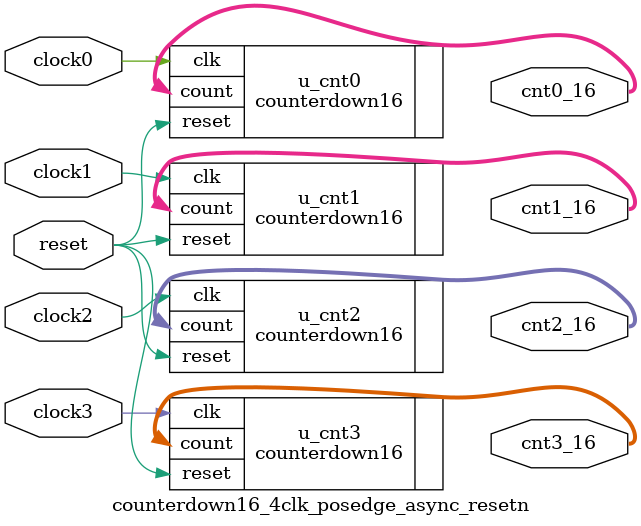
<source format=v>

module counterdown16_4clk_posedge_async_resetn (clock0, clock1, clock2, clock3, reset, cnt0_16, cnt1_16, cnt2_16, cnt3_16);
	input clock0, clock1, clock2, clock3;
	input reset;
	output [15:0] cnt0_16;
	output [15:0] cnt1_16;
	output [15:0] cnt2_16;
	output [15:0] cnt3_16;

	counterdown16 u_cnt0(.clk(clock0), .reset(reset), .count(cnt0_16));
	counterdown16 u_cnt1(.clk(clock1), .reset(reset), .count(cnt1_16));
	counterdown16 u_cnt2(.clk(clock2), .reset(reset), .count(cnt2_16));
	counterdown16 u_cnt3(.clk(clock3), .reset(reset), .count(cnt3_16));

endmodule 

</source>
